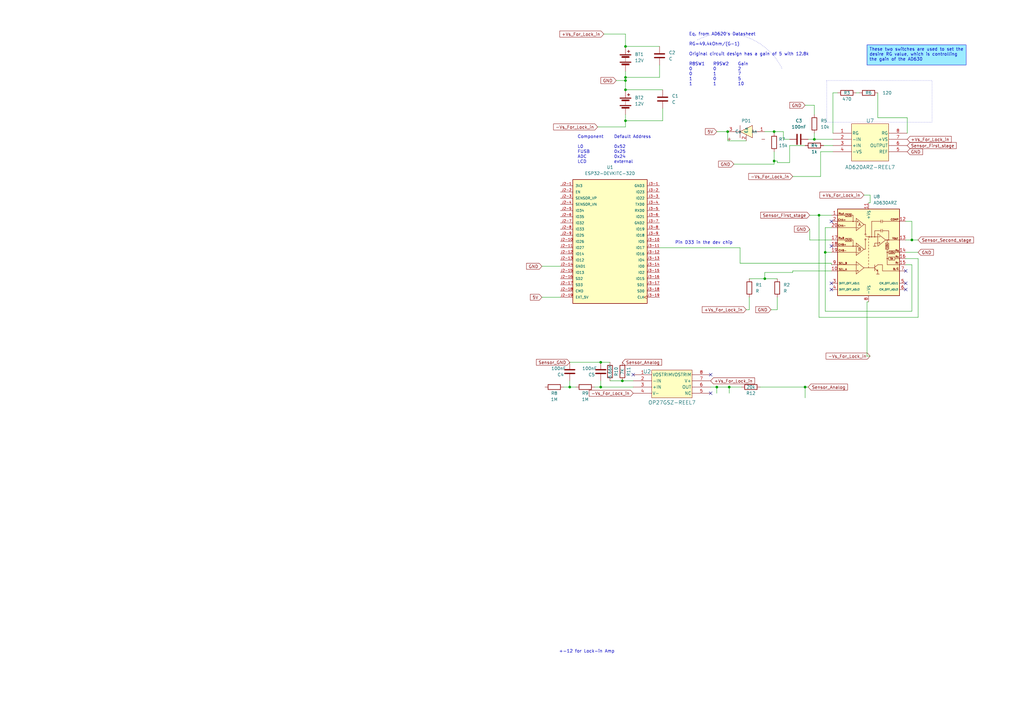
<source format=kicad_sch>
(kicad_sch (version 20230121) (generator eeschema)
  (paper "A3")
  (lib_symbols
    (symbol "AD620ARZ_REEL7:AD620ARZ-REEL7" (pin_names (offset 0.254))
      (property "Reference" "U5" (at 0 12.7 0))
      (property "Value" "AD620ARZ-REEL7" (at 0 10.16 0))
      (symbol "AD620ARZ-REEL7_0_1"
        (pin unspecified line (at -15.24 3.81 0) (length 7.62) (name "RG") (number "1"))
        (pin unspecified line (at -15.24 1.27 0) (length 7.62) (name "-IN") (number "2"))
        (pin unspecified line (at -15.24 -1.27 0) (length 7.62) (name "+IN") (number "3"))
        (pin power_in line (at -15.24 -3.81 0) (length 7.62) (name "-VS") (number "4"))
        (pin unspecified line (at 15.24 -3.81 180) (length 7.62) (name "REF") (number "5"))
        (pin unspecified line (at 15.24 -1.27 180) (length 7.62) (name "OUTPUT") (number "6"))
        (pin power_in line (at 15.24 1.27 180) (length 7.62) (name "+VS") (number "7"))
        (pin unspecified line (at 15.24 3.81 180) (length 7.62) (name "RG") (number "8"))
      )
      (symbol "AD620ARZ-REEL7_1_1"
        (rectangle (start -7.62 7.62) (end 7.62 -7.62) (fill (type background)))
      )
    )
    (symbol "Analog:AD630ARZ"
      (property "Reference" "U" (at -8.89 19.05 0))
      (property "Value" "AD630ARZ" (at 6.35 19.05 0))
      (symbol "AD630ARZ_0_0"
        (text "+" (at -4.445 -7.493 0) (effects (font (size 0.889 0.889))))
        (text "+" (at -4.445 2.54 0) (effects (font (size 0.889 0.889))))
        (text "+" (at -4.445 12.7 0) (effects (font (size 0.889 0.889))))
        (text "+" (at 4.445 3.937 0) (effects (font (size 0.889 0.889))))
        (text "-" (at -4.445 -5.08 0) (effects (font (size 0.889 0.889))))
        (text "-" (at -4.445 0 0) (effects (font (size 0.889 0.889))))
        (text "-" (at -4.445 10.16 0) (effects (font (size 0.889 0.889))))
        (text "-" (at 4.445 6.477 0) (effects (font (size 0.889 0.889))))
        (text "10k" (at 7.62 2.54 900) (effects (font (size 0.762 0.762))))
        (text "10k" (at 9.525 0 0) (effects (font (size 0.762 0.762))))
        (text "2k5" (at -8.255 5.08 0) (effects (font (size 0.762 0.762))))
        (text "2k5" (at -8.255 15.24 0) (effects (font (size 0.762 0.762))))
        (text "5k" (at 9.525 -2.54 0) (effects (font (size 0.762 0.762))))
        (text "A" (at -3.683 11.43 0) (effects (font (size 1.27 1.27))))
        (text "B" (at -3.683 1.27 0) (effects (font (size 1.27 1.27))))
        (text "B/~{A}" (at 11.176 -6.858 0) (effects (font (size 0.762 0.762))))
        (text "CHA+" (at -10.922 13.335 0) (effects (font (size 0.762 0.762))))
        (text "CHA-" (at -10.922 10.922 0) (effects (font (size 0.762 0.762))))
        (text "CHB+" (at -10.795 3.175 0) (effects (font (size 0.762 0.762))))
        (text "CHB-" (at -10.668 0.762 0) (effects (font (size 0.762 0.762))))
        (text "COMP" (at 10.668 13.462 0) (effects (font (size 0.762 0.762))))
        (text "R_{A}" (at 11.684 -1.778 0) (effects (font (size 0.762 0.762))))
        (text "R_{B}" (at 11.684 0.762 0) (effects (font (size 0.762 0.762))))
        (text "R_{F}" (at 11.684 -4.318 0) (effects (font (size 0.762 0.762))))
        (text "R_{in}A" (at -11.176 15.875 0) (effects (font (size 0.762 0.762))))
        (text "R_{in}B" (at -11.176 5.842 0) (effects (font (size 0.762 0.762))))
        (text "SEL_A" (at -10.541 -6.985 0) (effects (font (size 0.762 0.762))))
        (text "SEL_B" (at -10.541 -4.445 0) (effects (font (size 0.762 0.762))))
        (text "V_{OUT}" (at 10.922 5.842 0) (effects (font (size 0.762 0.762))))
      )
      (symbol "AD630ARZ_0_1"
        (rectangle (start -12.7 17.78) (end 12.7 -17.78) (stroke (width 0.254)) (fill (type background)))
        (circle (center -6.35 2.54) (radius 0.127))
        (circle (center -6.35 12.7) (radius 0.127))
        (circle (center -1.27 5.334) (radius 0.254))
        (circle (center -1.27 7.366) (radius 0.254))
        (polyline (pts (xy -12.7 -7.62) (xy -5.08 -7.62)))
        (polyline (pts (xy -12.7 -5.08) (xy -5.08 -5.08)))
        (polyline (pts (xy -12.7 0) (xy -5.08 0)))
        (polyline (pts (xy -12.7 5.08) (xy -9.525 5.08)))
        (polyline (pts (xy -12.7 10.16) (xy -5.08 10.16)))
        (polyline (pts (xy -12.7 15.24) (xy -9.525 15.24)))
        (polyline (pts (xy -6.35 12.7) (xy -5.08 12.7)))
        (polyline (pts (xy -1.905 -6.35) (xy 0 -6.35)))
        (polyline (pts (xy -1.27 8.89) (xy -1.27 7.62)))
        (polyline (pts (xy 0 -6.35) (xy 2.54 -6.35)))
        (polyline (pts (xy 0 -5.715) (xy 0 -6.35)))
        (polyline (pts (xy 0 -4.445) (xy 0 -5.08)))
        (polyline (pts (xy 0 -3.175) (xy 0 -3.81)))
        (polyline (pts (xy 0 -1.905) (xy 0 -2.54)))
        (polyline (pts (xy 0 -0.635) (xy 0 -1.27)))
        (polyline (pts (xy 0 0.635) (xy 0 0)))
        (polyline (pts (xy 0 1.905) (xy 0 1.27)))
        (polyline (pts (xy 0 3.175) (xy 0 2.54)))
        (polyline (pts (xy 0 4.445) (xy 0 3.81)))
        (polyline (pts (xy 0 5.715) (xy 0 5.08)))
        (polyline (pts (xy 0 6.35) (xy -1.27 6.604)))
        (polyline (pts (xy 1.27 6.35) (xy 0.508 6.35)))
        (polyline (pts (xy 1.27 6.35) (xy 1.27 12.7)))
        (polyline (pts (xy 1.27 6.35) (xy 3.81 6.35)))
        (polyline (pts (xy 1.905 2.54) (xy 3.175 2.54)))
        (polyline (pts (xy 2.54 -6.604) (xy 3.81 -7.62)))
        (polyline (pts (xy 2.54 -6.096) (xy 3.81 -5.08)))
        (polyline (pts (xy 2.54 -5.08) (xy 2.54 -7.62)))
        (polyline (pts (xy 3.81 -8.89) (xy 4.445 -8.89)))
        (polyline (pts (xy 3.81 -5.08) (xy 5.08 -5.08)))
        (polyline (pts (xy 3.81 7.62) (xy 3.81 2.54)))
        (polyline (pts (xy 5.08 9.525) (xy 5.08 8.255)))
        (polyline (pts (xy 5.08 12.065) (xy 5.08 12.7)))
        (polyline (pts (xy 5.715 9.525) (xy 5.715 8.255)))
        (polyline (pts (xy 5.715 12.7) (xy 12.7 12.7)))
        (polyline (pts (xy 5.715 13.335) (xy 5.715 12.065)))
        (polyline (pts (xy 7.62 1.27) (xy 7.62 -2.54)))
        (polyline (pts (xy 7.62 5.08) (xy 12.7 5.08)))
        (polyline (pts (xy 8.255 -2.54) (xy 7.62 -2.54)))
        (polyline (pts (xy 8.255 0) (xy 7.62 0)))
        (polyline (pts (xy 10.795 -2.54) (xy 12.7 -2.54)))
        (polyline (pts (xy 10.795 0) (xy 12.7 0)))
        (polyline (pts (xy -6.35 2.54) (xy -5.715 2.54) (xy -5.08 2.54)))
        (polyline (pts (xy -1.905 1.27) (xy -1.27 1.27) (xy -1.27 5.08)))
        (polyline (pts (xy -1.905 11.43) (xy -1.27 11.43) (xy -1.27 8.89)))
        (polyline (pts (xy 1.27 12.7) (xy 5.08 12.7) (xy 5.08 13.335)))
        (polyline (pts (xy 2.54 6.35) (xy 2.54 8.89) (xy 5.08 8.89)))
        (polyline (pts (xy 3.683 -6.985) (xy 3.81 -7.62) (xy 3.175 -7.493)))
        (polyline (pts (xy 3.81 -7.62) (xy 3.81 -8.89) (xy 3.175 -8.89)))
        (polyline (pts (xy 3.81 3.81) (xy 2.54 3.81) (xy 2.54 2.54)))
        (polyline (pts (xy 3.81 7.62) (xy 6.985 5.08) (xy 3.81 2.54)))
        (polyline (pts (xy 5.715 8.89) (xy 8.255 8.89) (xy 8.255 5.08)))
        (polyline (pts (xy 7.62 -2.54) (xy 7.62 -5.08) (xy 12.7 -5.08)))
        (polyline (pts (xy 7.62 3.81) (xy 7.62 5.08) (xy 6.985 5.08)))
        (polyline (pts (xy -6.985 5.08) (xy -6.35 5.08) (xy -6.35 2.54) (xy -12.7 2.54)))
        (polyline (pts (xy -6.985 15.24) (xy -6.35 15.24) (xy -6.35 12.7) (xy -12.7 12.7)))
        (polyline (pts (xy -5.08 -3.81) (xy -5.08 -8.89) (xy -1.905 -6.35) (xy -5.08 -3.81)))
        (polyline (pts (xy -5.08 3.81) (xy -5.08 -1.27) (xy -1.905 1.27) (xy -5.08 3.81)))
        (polyline (pts (xy -5.08 13.97) (xy -5.08 8.89) (xy -1.905 11.43) (xy -5.08 13.97)))
        (polyline (pts (xy 5.08 -5.08) (xy 5.715 -5.08) (xy 5.715 -7.62) (xy 12.7 -7.62)))
        (polyline (pts (xy -9.525 5.715) (xy -9.525 4.445) (xy -6.985 4.445) (xy -6.985 5.715) (xy -9.525 5.715)))
        (polyline (pts (xy -9.525 15.875) (xy -9.525 14.605) (xy -6.985 14.605) (xy -6.985 15.875) (xy -9.525 15.875)))
        (polyline (pts (xy 6.985 3.81) (xy 8.255 3.81) (xy 8.255 1.27) (xy 6.985 1.27) (xy 6.985 3.81)))
        (polyline (pts (xy 8.255 -1.905) (xy 8.255 -3.175) (xy 10.795 -3.175) (xy 10.795 -1.905) (xy 8.255 -1.905)))
        (polyline (pts (xy 8.255 0.635) (xy 8.255 -0.635) (xy 10.795 -0.635) (xy 10.795 0.635) (xy 8.255 0.635)))
        (circle (center 0.254 6.35) (radius 0.254))
        (circle (center 1.27 6.35) (radius 0.127))
        (circle (center 2.54 6.35) (radius 0.127))
        (circle (center 7.62 -2.54) (radius 0.127))
        (circle (center 7.62 0) (radius 0.127))
        (circle (center 7.62 5.08) (radius 0.127))
        (circle (center 8.255 5.08) (radius 0.127))
      )
      (symbol "AD630ARZ_1_1"
        (pin input line (at -15.24 15.24 0) (length 2.54) (name "R_{in}A") (number "1"))
        (pin input line (at -15.24 -7.62 0) (length 2.54) (name "SEL_A") (number "10"))
        (pin power_in line (at 0 20.32 270) (length 2.54) (name "+V_{S}") (number "11"))
        (pin passive line (at 15.24 12.7 180) (length 2.54) (name "COMP") (number "12"))
        (pin output line (at 15.24 5.08 180) (length 2.54) (name "V_{OUT}") (number "13"))
        (pin output line (at 15.24 0 180) (length 2.54) (name "R_{B}") (number "14"))
        (pin output line (at 15.24 -5.08 180) (length 2.54) (name "R_{F}") (number "15"))
        (pin output line (at 15.24 -2.54 180) (length 2.54) (name "R_{A}") (number "16"))
        (pin input line (at -15.24 5.08 0) (length 2.54) (name "R_{in}B") (number "17"))
        (pin input line (at -15.24 2.54 0) (length 2.54) (name "CHB+") (number "18"))
        (pin input line (at -15.24 0 0) (length 2.54) (name "CHB-") (number "19"))
        (pin input line (at -15.24 12.7 0) (length 2.54) (name "CHA+") (number "2"))
        (pin input line (at -15.24 10.16 0) (length 2.54) (name "CHA-") (number "20"))
        (pin passive line (at -15.24 -12.7 0) (length 2.54) (name "DIFF_OFF_ADJ1") (number "3"))
        (pin passive line (at -15.24 -15.24 0) (length 2.54) (name "DIFF_OFF_ADJ2") (number "4"))
        (pin passive line (at 15.24 -12.7 180) (length 2.54) (name "CM_OFF_ADJ1") (number "5"))
        (pin passive line (at 15.24 -15.24 180) (length 2.54) (name "CM_OFF_ADJ2") (number "6"))
        (pin open_collector line (at 15.24 -7.62 180) (length 2.54) (name "B/~{A}") (number "7"))
        (pin power_in line (at 0 -20.32 90) (length 2.54) (name "-V_{S}") (number "8"))
        (pin input line (at -15.24 -5.08 0) (length 2.54) (name "SEL_B") (number "9"))
      )
    )
    (symbol "Device:Battery" (pin_numbers hide) (pin_names (offset 0) hide)
      (property "Reference" "BT" (at 2.54 2.54 0))
      (property "Value" "Battery" (at 2.54 0 0))
      (symbol "Battery_0_1"
        (rectangle (start -2.286 -1.27) (end 2.286 -1.524) (fill (type outline)))
        (rectangle (start -2.286 1.778) (end 2.286 1.524) (fill (type outline)))
        (rectangle (start -1.524 -2.032) (end 1.524 -2.54) (fill (type outline)))
        (rectangle (start -1.524 1.016) (end 1.524 0.508) (fill (type outline)))
        (polyline (pts (xy 0 -1.016) (xy 0 -0.762)))
        (polyline (pts (xy 0 -0.508) (xy 0 -0.254)))
        (polyline (pts (xy 0 0) (xy 0 0.254)))
        (polyline (pts (xy 0 1.778) (xy 0 2.54)))
        (polyline (pts (xy 0.762 3.048) (xy 1.778 3.048)) (stroke (width 0.254)))
        (polyline (pts (xy 1.27 3.556) (xy 1.27 2.54)) (stroke (width 0.254)))
      )
      (symbol "Battery_1_1"
        (pin passive line (at 0 5.08 270) (length 2.54) (name "+") (number "1"))
        (pin passive line (at 0 -5.08 90) (length 2.54) (name "-") (number "2"))
      )
    )
    (symbol "Device:C" (pin_numbers hide) (pin_names (offset 0.254))
      (property "Reference" "C" (at 0.635 2.54 0))
      (property "Value" "C" (at 0.635 -2.54 0))
      (symbol "C_0_1"
        (polyline (pts (xy -2.032 -0.762) (xy 2.032 -0.762)) (stroke (width 0.508)))
        (polyline (pts (xy -2.032 0.762) (xy 2.032 0.762)) (stroke (width 0.508)))
      )
      (symbol "C_1_1"
        (pin passive line (at 0 3.81 270) (length 2.794) (name "~") (number "1"))
        (pin passive line (at 0 -3.81 90) (length 2.794) (name "~") (number "2"))
      )
    )
    (symbol "Device:R" (pin_numbers hide) (pin_names (offset 0))
      (property "Reference" "R" (at 2.032 0 90))
      (property "Value" "R" (at 0 0 90))
      (symbol "R_0_1"
        (rectangle (start -1.016 -2.54) (end 1.016 2.54) (stroke (width 0.254)))
      )
      (symbol "R_1_1"
        (pin passive line (at 0 3.81 270) (length 1.27) (name "~") (number "1"))
        (pin passive line (at 0 -3.81 90) (length 1.27) (name "~") (number "2"))
      )
    )
    (symbol "ESP32-DEVKITC-32D:ESP32-DEVKITC-32D" (pin_names (offset 1.016))
      (property "Reference" "U" (at -15.2572 26.0643 0))
      (property "Value" "ESP32-DEVKITC-32D" (at -15.2563 -27.9698 0))
      (symbol "ESP32-DEVKITC-32D_0_0"
        (rectangle (start -15.24 -25.4) (end 15.24 25.4) (stroke (width 0.254)) (fill (type background)))
        (pin power_in line (at -20.32 22.86 0) (length 5.08) (name "3V3") (number "J2-1"))
        (pin bidirectional line (at -20.32 0 0) (length 5.08) (name "IO26") (number "J2-10"))
        (pin bidirectional line (at -20.32 -2.54 0) (length 5.08) (name "IO27") (number "J2-11"))
        (pin bidirectional line (at -20.32 -5.08 0) (length 5.08) (name "IO14") (number "J2-12"))
        (pin bidirectional line (at -20.32 -7.62 0) (length 5.08) (name "IO12") (number "J2-13"))
        (pin power_in line (at -20.32 -10.16 0) (length 5.08) (name "GND1") (number "J2-14"))
        (pin bidirectional line (at -20.32 -12.7 0) (length 5.08) (name "IO13") (number "J2-15"))
        (pin bidirectional line (at -20.32 -15.24 0) (length 5.08) (name "SD2") (number "J2-16"))
        (pin bidirectional line (at -20.32 -17.78 0) (length 5.08) (name "SD3") (number "J2-17"))
        (pin bidirectional line (at -20.32 -20.32 0) (length 5.08) (name "CMD") (number "J2-18"))
        (pin power_in line (at -20.32 -22.86 0) (length 5.08) (name "EXT_5V") (number "J2-19"))
        (pin input line (at -20.32 20.32 0) (length 5.08) (name "EN") (number "J2-2"))
        (pin input line (at -20.32 17.78 0) (length 5.08) (name "SENSOR_VP") (number "J2-3"))
        (pin input line (at -20.32 15.24 0) (length 5.08) (name "SENSOR_VN") (number "J2-4"))
        (pin bidirectional line (at -20.32 12.7 0) (length 5.08) (name "IO34") (number "J2-5"))
        (pin bidirectional line (at -20.32 10.16 0) (length 5.08) (name "IO35") (number "J2-6"))
        (pin bidirectional line (at -20.32 7.62 0) (length 5.08) (name "IO32") (number "J2-7"))
        (pin bidirectional line (at -20.32 5.08 0) (length 5.08) (name "IO33") (number "J2-8"))
        (pin bidirectional line (at -20.32 2.54 0) (length 5.08) (name "IO25") (number "J2-9"))
        (pin power_in line (at 20.32 22.86 180) (length 5.08) (name "GND3") (number "J3-1"))
        (pin bidirectional line (at 20.32 0 180) (length 5.08) (name "IO5") (number "J3-10"))
        (pin bidirectional line (at 20.32 -2.54 180) (length 5.08) (name "IO17") (number "J3-11"))
        (pin bidirectional line (at 20.32 -5.08 180) (length 5.08) (name "IO16") (number "J3-12"))
        (pin bidirectional line (at 20.32 -7.62 180) (length 5.08) (name "IO4") (number "J3-13"))
        (pin bidirectional line (at 20.32 -10.16 180) (length 5.08) (name "IO0") (number "J3-14"))
        (pin bidirectional line (at 20.32 -12.7 180) (length 5.08) (name "IO2") (number "J3-15"))
        (pin bidirectional line (at 20.32 -15.24 180) (length 5.08) (name "IO15") (number "J3-16"))
        (pin bidirectional line (at 20.32 -17.78 180) (length 5.08) (name "SD1") (number "J3-17"))
        (pin bidirectional line (at 20.32 -20.32 180) (length 5.08) (name "SD0") (number "J3-18"))
        (pin input clock (at 20.32 -22.86 180) (length 5.08) (name "CLK") (number "J3-19"))
        (pin bidirectional line (at 20.32 20.32 180) (length 5.08) (name "IO23") (number "J3-2"))
        (pin bidirectional line (at 20.32 17.78 180) (length 5.08) (name "IO22") (number "J3-3"))
        (pin output line (at 20.32 15.24 180) (length 5.08) (name "TXD0") (number "J3-4"))
        (pin input line (at 20.32 12.7 180) (length 5.08) (name "RXD0") (number "J3-5"))
        (pin bidirectional line (at 20.32 10.16 180) (length 5.08) (name "IO21") (number "J3-6"))
        (pin power_in line (at 20.32 7.62 180) (length 5.08) (name "GND2") (number "J3-7"))
        (pin bidirectional line (at 20.32 5.08 180) (length 5.08) (name "IO19") (number "J3-8"))
        (pin bidirectional line (at 20.32 2.54 180) (length 5.08) (name "IO18") (number "J3-9"))
      )
    )
    (symbol "HFS:ODD-42W"
      (property "Reference" "PD" (at 0 5.08 0))
      (symbol "ODD-42W_1_1"
        (polyline (pts (xy -2.54 2.54) (xy -2.54 -2.54)))
        (polyline (pts (xy 2.54 0) (xy 5.08 0)))
        (polyline (pts (xy 6.35 -3.175) (xy 7.62 -3.175)))
        (polyline (pts (xy -7.62 -3.175) (xy -6.35 -3.175) (xy -6.985 -3.175) (xy -6.985 -3.81) (xy -6.985 -2.54)))
        (polyline (pts (xy -2.54 0) (xy 2.54 2.54) (xy 2.54 -2.54) (xy -2.54 0) (xy -5.08 0)) (fill (type background)))
        (pin unspecified line (at 7.62 0 180) (length 2.54) (name "An") (number "1"))
        (pin unspecified line (at 0 -3.81 90) (length 2.54) (name "Ca") (number "2"))
        (pin unspecified line (at -7.62 0 0) (length 2.54) (name "Ca") (number "3"))
      )
    )
    (symbol "OP27:OP27GSZ-REEL7" (pin_names (offset 0.254))
      (property "Reference" "U7" (at 0 6.985 0))
      (property "Value" "OP27GSZ-REEL7" (at 0 -7.62 0))
      (symbol "OP27GSZ-REEL7_0_1"
        (pin unspecified line (at -15.875 3.81 0) (length 7.62) (name "VOSTRIM") (number "1"))
        (pin unspecified line (at -15.875 1.27 0) (length 7.62) (name "-IN") (number "2"))
        (pin unspecified line (at -15.875 -1.27 0) (length 7.62) (name "+IN") (number "3"))
        (pin power_in line (at -15.875 -3.81 0) (length 7.62) (name "V-") (number "4"))
        (pin unspecified line (at 15.875 -3.81 180) (length 7.62) (name "NC") (number "5"))
        (pin unspecified line (at 15.875 -1.27 180) (length 7.62) (name "OUT") (number "6"))
        (pin power_in line (at 15.875 1.27 180) (length 7.62) (name "V+") (number "7"))
        (pin unspecified line (at 15.875 3.81 180) (length 7.62) (name "VOSTRIM") (number "8"))
      )
      (symbol "OP27GSZ-REEL7_1_1"
        (rectangle (start -8.255 5.715) (end 8.255 -5.715) (fill (type background)))
      )
    )
  )
  (junction (at 294.005 158.75))
  (junction (at 256.54 31.75))
  (junction (at 256.54 19.05))
  (junction (at 246.38 148.59))
  (junction (at 338.455 103.505))
  (junction (at 317.5 53.975))
  (junction (at 255.27 156.21))
  (junction (at 298.45 53.975))
  (junction (at 313.69 114.3))
  (junction (at 256.54 36.83))
  (junction (at 335.915 88.265))
  (junction (at 299.085 158.75))
  (junction (at 317.5 66.04))
  (junction (at 334.01 57.15))
  (junction (at 256.54 33.02))
  (junction (at 374.015 98.425))
  (junction (at 233.68 158.75))
  (junction (at 256.54 49.53))
  (junction (at 246.38 158.75))
  (junction (at 330.2 158.75))
  (no_connect (at 340.995 100.965))
  (no_connect (at 371.475 116.205))
  (no_connect (at 340.995 116.205))
  (no_connect (at 340.995 90.805))
  (no_connect (at 371.475 111.125))
  (no_connect (at 259.715 153.67))
  (no_connect (at 340.995 118.745))
  (no_connect (at 291.465 153.67))
  (no_connect (at 291.465 161.29))
  (no_connect (at 371.475 118.745))
  (wire (pts (xy 374.015 108.585) (xy 374.015 127.635)))
  (wire (pts (xy 355.6 146.05) (xy 355.6 123.825)))
  (wire (pts (xy 270.51 101.6) (xy 303.53 101.6)))
  (wire (pts (xy 323.85 57.15) (xy 321.31 57.15)))
  (wire (pts (xy 372.11 48.26) (xy 372.11 54.61)))
  (wire (pts (xy 340.995 107.95) (xy 340.995 108.585)))
  (wire (pts (xy 303.53 101.6) (xy 303.53 107.95)))
  (wire (pts (xy 323.85 59.69) (xy 330.2 59.69)))
  (wire (pts (xy 299.085 161.29) (xy 299.085 158.75)))
  (wire (pts (xy 325.12 111.125) (xy 340.995 111.125)))
  (wire (pts (xy 313.69 111.76) (xy 313.69 114.3)))
  (wire (pts (xy 250.19 156.21) (xy 255.27 156.21)))
  (wire (pts (xy 306.07 57.785) (xy 298.45 57.785)))
  (wire (pts (xy 317.5 67.31) (xy 317.5 66.04)))
  (wire (pts (xy 255.27 156.21) (xy 259.715 156.21)))
  (wire (pts (xy 222.25 121.92) (xy 229.87 121.92)))
  (wire (pts (xy 307.34 127) (xy 306.07 127)))
  (wire (pts (xy 355.6 123.825) (xy 356.235 123.825)))
  (wire (pts (xy 270.51 19.05) (xy 256.54 19.05)))
  (wire (pts (xy 330.2 43.18) (xy 334.01 43.18)))
  (wire (pts (xy 231.14 158.75) (xy 233.68 158.75)))
  (wire (pts (xy 270.51 31.75) (xy 256.54 31.75)))
  (wire (pts (xy 356.87 80.01) (xy 356.87 83.185)))
  (wire (pts (xy 307.34 121.92) (xy 307.34 127)))
  (wire (pts (xy 356.87 83.185) (xy 356.235 83.185)))
  (wire (pts (xy 335.915 130.175) (xy 376.555 130.175)))
  (wire (pts (xy 246.38 148.59) (xy 250.19 148.59)))
  (wire (pts (xy 335.915 88.265) (xy 335.915 130.175)))
  (wire (pts (xy 337.82 59.69) (xy 341.63 59.69)))
  (wire (pts (xy 338.455 103.505) (xy 340.995 103.505)))
  (wire (pts (xy 330.2 163.195) (xy 330.2 158.75)))
  (wire (pts (xy 300.99 67.31) (xy 317.5 67.31)))
  (wire (pts (xy 252.73 33.02) (xy 256.54 33.02)))
  (wire (pts (xy 313.69 114.3) (xy 318.77 114.3)))
  (wire (pts (xy 343.535 38.1) (xy 341.63 38.1)))
  (wire (pts (xy 336.55 62.23) (xy 341.63 62.23)))
  (wire (pts (xy 317.5 53.975) (xy 321.31 53.975)))
  (wire (pts (xy 318.77 127) (xy 316.23 127)))
  (wire (pts (xy 332.105 88.265) (xy 335.915 88.265)))
  (wire (pts (xy 336.55 72.39) (xy 325.12 72.39)))
  (wire (pts (xy 256.54 33.02) (xy 256.54 36.83)))
  (wire (pts (xy 334.01 57.15) (xy 331.47 57.15)))
  (wire (pts (xy 332.105 93.98) (xy 332.105 98.425)))
  (wire (pts (xy 246.38 156.21) (xy 246.38 158.75)))
  (wire (pts (xy 317.5 53.975) (xy 317.5 54.61)))
  (wire (pts (xy 360.045 38.1) (xy 360.045 48.26)))
  (wire (pts (xy 256.54 46.99) (xy 256.54 49.53)))
  (wire (pts (xy 318.77 121.92) (xy 318.77 127)))
  (wire (pts (xy 318.77 66.04) (xy 317.5 66.04)))
  (wire (pts (xy 294.005 161.29) (xy 294.005 158.75)))
  (wire (pts (xy 374.015 127.635) (xy 338.455 127.635)))
  (wire (pts (xy 321.31 57.15) (xy 321.31 53.975)))
  (wire (pts (xy 356.87 146.05) (xy 355.6 146.05)))
  (wire (pts (xy 256.54 31.75) (xy 256.54 33.02)))
  (wire (pts (xy 374.015 98.425) (xy 371.475 98.425)))
  (wire (pts (xy 247.65 13.97) (xy 256.54 13.97)))
  (wire (pts (xy 303.53 107.95) (xy 340.995 107.95)))
  (wire (pts (xy 317.5 62.23) (xy 317.5 66.04)))
  (wire (pts (xy 271.78 44.45) (xy 271.78 49.53)))
  (wire (pts (xy 376.555 106.045) (xy 371.475 106.045)))
  (wire (pts (xy 304.165 158.75) (xy 299.085 158.75)))
  (wire (pts (xy 256.54 13.97) (xy 256.54 19.05)))
  (wire (pts (xy 323.85 59.69) (xy 323.85 66.675)))
  (wire (pts (xy 222.25 109.22) (xy 229.87 109.22)))
  (wire (pts (xy 340.995 93.345) (xy 338.455 93.345)))
  (wire (pts (xy 332.105 98.425) (xy 340.995 98.425)))
  (wire (pts (xy 270.51 26.67) (xy 270.51 31.75)))
  (wire (pts (xy 376.555 130.175) (xy 376.555 106.045)))
  (wire (pts (xy 271.78 36.83) (xy 256.54 36.83)))
  (wire (pts (xy 256.54 52.07) (xy 245.11 52.07)))
  (wire (pts (xy 352.425 38.1) (xy 351.155 38.1)))
  (wire (pts (xy 311.785 158.75) (xy 330.2 158.75)))
  (wire (pts (xy 313.69 111.76) (xy 325.12 111.76)))
  (wire (pts (xy 334.01 54.61) (xy 334.01 57.15)))
  (wire (pts (xy 334.01 43.18) (xy 334.01 46.99)))
  (wire (pts (xy 271.78 49.53) (xy 256.54 49.53)))
  (wire (pts (xy 246.38 158.75) (xy 259.715 158.75)))
  (wire (pts (xy 374.015 98.425) (xy 374.015 90.805)))
  (wire (pts (xy 243.84 158.75) (xy 246.38 158.75)))
  (wire (pts (xy 256.54 29.21) (xy 256.54 31.75)))
  (wire (pts (xy 354.33 80.01) (xy 356.87 80.01)))
  (wire (pts (xy 338.455 127.635) (xy 338.455 103.505)))
  (wire (pts (xy 294.005 53.975) (xy 298.45 53.975)))
  (wire (pts (xy 256.54 49.53) (xy 256.54 52.07)))
  (wire (pts (xy 338.455 93.345) (xy 338.455 103.505)))
  (wire (pts (xy 313.69 53.975) (xy 317.5 53.975)))
  (wire (pts (xy 360.045 48.26) (xy 372.11 48.26)))
  (wire (pts (xy 233.68 156.21) (xy 233.68 158.75)))
  (wire (pts (xy 341.63 38.1) (xy 341.63 54.61)))
  (wire (pts (xy 294.005 158.75) (xy 299.085 158.75)))
  (wire (pts (xy 307.34 114.3) (xy 313.69 114.3)))
  (wire (pts (xy 233.68 158.75) (xy 236.22 158.75)))
  (wire (pts (xy 291.465 158.75) (xy 294.005 158.75)))
  (wire (pts (xy 376.555 98.425) (xy 374.015 98.425)))
  (wire (pts (xy 318.77 66.675) (xy 323.85 66.675)))
  (wire (pts (xy 371.475 108.585) (xy 374.015 108.585)))
  (wire (pts (xy 318.77 66.675) (xy 318.77 66.04)))
  (wire (pts (xy 371.475 90.805) (xy 374.015 90.805)))
  (wire (pts (xy 341.63 57.15) (xy 334.01 57.15)))
  (wire (pts (xy 298.45 57.785) (xy 298.45 53.975)))
  (wire (pts (xy 233.68 148.59) (xy 246.38 148.59)))
  (wire (pts (xy 325.12 111.76) (xy 325.12 111.125)))
  (wire (pts (xy 330.2 158.75) (xy 331.47 158.75)))
  (wire (pts (xy 336.55 62.23) (xy 336.55 72.39)))
  (wire (pts (xy 335.915 88.265) (xy 340.995 88.265)))
  (wire (pts (xy 376.555 103.505) (xy 371.475 103.505)))
  (arc (start 285.75 16.51) (mid 305.5767 15.0012) (end 320.675 27.94) (stroke (width 0) (type dot)))
  (rectangle (start 339.09 33.02) (end 382.27 50.165) (stroke (width 0) (type dot)))
  (text_box "These two switches are used to set the desire RG value, which is controlling the gain of the AD630" (at 355.6 18.415 0) (size 40.64 8.255) (fill (type color) (color 157 236 255 1)) (effects (font (size 1.27 1.27)) (justify left top)))
  (text "Pin D33 in the dev chip\n" (at 276.86 100.33 0) (effects (font (size 1.27 1.27)) (justify left bottom)))
  (text "Component	Default Address\n\nL0		 	0x52\nFUSB		0x25\nADC			0x24\nLCD			external\n\n" (at 236.855 69.215 0) (effects (font (size 1.27 1.27)) (justify left bottom)))
  (text "+-12 for Lock-in Amp" (at 229.235 267.97 0) (effects (font (size 1.27 1.27)) (justify left bottom)))
  (text "Eq. from AD620's Datasheet\n\nRG=49.4kOhm/(G-1)\n\nOriginal circuit design has a gain of 5 with 12.8k\n\nR8SW1	R9SW2	Gain\n0		0		2\n0		1		7\n1		0		5\n1		1		10\n\n\n" (at 282.575 39.37 0) (effects (font (size 1.27 1.27)) (justify left bottom)))
  (global_label "GND" (shape input) (at 372.11 62.23 0) (property "Intersheetrefs" "${INTERSHEET_REFS}" (effects hide)))
  (global_label "+Vs_For_Lock_in" (shape input) (at 306.07 127 180) (property "Intersheetrefs" "${INTERSHEET_REFS}" (effects hide)))
  (global_label "Sensor_Analog" (shape input) (at 331.47 158.75 0) (property "Intersheetrefs" "${INTERSHEET_REFS}" (effects hide)))
  (global_label "+Vs_For_Lock_in" (shape input) (at 354.33 80.01 180) (property "Intersheetrefs" "${INTERSHEET_REFS}" (effects hide)))
  (global_label "+Vs_For_Lock_in" (shape input) (at 372.11 57.15 0) (property "Intersheetrefs" "${INTERSHEET_REFS}" (effects hide)))
  (global_label "Sensor_GND" (shape input) (at 233.68 148.59 180) (property "Intersheetrefs" "${INTERSHEET_REFS}" (effects hide)))
  (global_label "GND" (shape input) (at 316.23 127 180) (property "Intersheetrefs" "${INTERSHEET_REFS}" (effects hide)))
  (global_label "GND" (shape input) (at 332.105 93.98 180) (property "Intersheetrefs" "${INTERSHEET_REFS}" (effects hide)))
  (global_label "GND" (shape input) (at 376.555 103.505 0) (property "Intersheetrefs" "${INTERSHEET_REFS}" (effects hide)))
  (global_label "5V" (shape input) (at 222.25 121.92 180) (property "Intersheetrefs" "${INTERSHEET_REFS}" (effects hide)))
  (global_label "5V" (shape input) (at 294.005 53.975 180) (property "Intersheetrefs" "${INTERSHEET_REFS}" (effects hide)))
  (global_label "+Vs_For_Lock_in" (shape input) (at 247.65 13.97 180) (property "Intersheetrefs" "${INTERSHEET_REFS}" (effects hide)))
  (global_label "-Vs_For_Lock_in" (shape input) (at 356.87 146.05 180) (property "Intersheetrefs" "${INTERSHEET_REFS}" (effects hide)))
  (global_label "Sensor_Second_stage" (shape input) (at 376.555 98.425 0) (property "Intersheetrefs" "${INTERSHEET_REFS}" (effects hide)))
  (global_label "GND" (shape input) (at 300.99 67.31 180) (property "Intersheetrefs" "${INTERSHEET_REFS}" (effects hide)))
  (global_label "Sensor_First_stage" (shape input) (at 332.105 88.265 180) (property "Intersheetrefs" "${INTERSHEET_REFS}" (effects hide)))
  (global_label "GND" (shape input) (at 252.73 33.02 180) (property "Intersheetrefs" "${INTERSHEET_REFS}" (effects hide)))
  (global_label "Sensor_First_stage" (shape input) (at 372.11 59.69 0) (property "Intersheetrefs" "${INTERSHEET_REFS}" (effects hide)))
  (global_label "+Vs_For_Lock_in" (shape input) (at 291.465 156.21 0) (property "Intersheetrefs" "${INTERSHEET_REFS}" (effects hide)))
  (global_label "GND" (shape input) (at 330.2 43.18 180) (property "Intersheetrefs" "${INTERSHEET_REFS}" (effects hide)))
  (global_label "-Vs_For_Lock_in" (shape input) (at 325.12 72.39 180) (property "Intersheetrefs" "${INTERSHEET_REFS}" (effects hide)))
  (global_label "Sensor_Analog" (shape input) (at 255.27 148.59 0) (property "Intersheetrefs" "${INTERSHEET_REFS}" (effects hide)))
  (global_label "-Vs_For_Lock_in" (shape input) (at 245.11 52.07 180) (property "Intersheetrefs" "${INTERSHEET_REFS}" (effects hide)))
  (global_label "-Vs_For_Lock_in" (shape input) (at 259.715 161.29 180) (property "Intersheetrefs" "${INTERSHEET_REFS}" (effects hide)))
  (global_label "GND" (shape input) (at 222.25 109.22 180) (property "Intersheetrefs" "${INTERSHEET_REFS}" (effects hide)))
  (symbol (lib_id "Device:C") (at 270.51 22.86 0) (unit 1)
    (property "Reference" "C2" (at 274.32 21.59 0) (effects (justify left)))
    (property "Value" "C" (at 274.32 24.13 0) (effects (justify left)))
  )
  (symbol (lib_id "AD620ARZ_REEL7:AD620ARZ-REEL7") (at 356.87 58.42 0) (unit 1)
    (property "Reference" "U7" (at 356.87 49.53 0) (effects (font (size 1.524 1.524))))
    (property "Value" "AD620ARZ-REEL7" (at 356.87 68.58 0) (effects (font (size 1.524 1.524))))
    (property "Footprint" "footprints:R_8_ADI" (effects hide))
    (property "Datasheet" "AD620ARZ-REEL7" (effects hide))
  )
  (symbol (lib_id "Device:Battery") (at 256.54 24.13 0) (unit 1)
    (property "Reference" "BT1" (at 260.35 22.2885 0) (effects (justify left)))
    (property "Value" "12V" (at 260.35 24.8285 0) (effects (justify left)))
  )
  (symbol (lib_id "HFS:ODD-42W") (at 306.07 53.975 0) (unit 1)
    (property "Reference" "PD1" (at 306.07 49.53 0))
    (property "Value" "~" (at 306.07 53.975 0))
    (property "Footprint" "Library:ODD-42W-Side" (effects hide))
  )
  (symbol (lib_id "Device:R") (at 255.27 152.4 180) (unit 1)
    (property "Reference" "R11" (at 257.81 152.4 90))
    (property "Value" "7K" (at 255.27 152.4 90))
    (property "Footprint" "Resistor_SMD:R_0402_1005Metric" (effects hide))
  )
  (symbol (lib_id "Device:R") (at 347.345 38.1 90) (unit 1)
    (property "Reference" "R3" (at 347.345 38.1 90))
    (property "Value" "470" (at 347.345 40.64 90))
  )
  (symbol (lib_id "OP27:OP27GSZ-REEL7") (at 275.59 157.48 0) (unit 1)
    (property "Reference" "U2" (at 265.43 152.4 0) (effects (font (size 1.524 1.524))))
    (property "Value" "OP27GSZ-REEL7" (at 275.59 165.1 0) (effects (font (size 1.524 1.524))))
    (property "Footprint" "footprints:R_8_ADI" (effects hide))
    (property "Datasheet" "OP27GSZ-REEL7" (effects hide))
  )
  (symbol (lib_id "Device:R") (at 334.01 50.8 0) (unit 1)
    (property "Reference" "R5" (at 336.55 49.53 0) (effects (justify left)))
    (property "Value" "10k" (at 336.55 52.07 0) (effects (justify left)))
  )
  (symbol (lib_id "ESP32-DEVKITC-32D:ESP32-DEVKITC-32D") (at 250.19 99.06 0) (unit 1)
    (property "Reference" "U1" (at 250.19 68.58 0))
    (property "Value" "ESP32-DEVKITC-32D" (at 250.19 71.12 0))
    (property "Footprint" "ESP32-DEVKITC-32D:MODULE_ESP32-DEVKITC-32D" (effects hide))
    (property "MF" "Espressif Systems" (effects hide))
    (property "MAXIMUM_PACKAGE_HEIGHT" "N/A" (effects hide))
    (property "Package" "None" (effects hide))
    (property "Price" "None" (effects hide))
    (property "Check_prices" "https://www.snapeda.com/parts/ESP32-DEVKITC-32D/Espressif+Systems/view-part/?ref=eda" (effects hide))
    (property "STANDARD" "Manufacturer Recommendations" (effects hide))
    (property "PARTREV" "V4" (effects hide))
    (property "SnapEDA_Link" "https://www.snapeda.com/parts/ESP32-DEVKITC-32D/Espressif+Systems/view-part/?ref=snap" (effects hide))
    (property "MP" "ESP32-DEVKITC-32D" (effects hide))
    (property "Purchase-URL" "https://www.snapeda.com/api/url_track_click_mouser/?unipart_id=2777395&manufacturer=Espressif Systems&part_name=ESP32-DEVKITC-32D&search_term=None" (effects hide))
    (property "Description" "\nWiFi Development Tools (802.11) ESP32 General Development Kit, ESP32-WROOM-32D on the board\n" (effects hide))
    (property "MANUFACTURER" "Espressif Systems" (effects hide))
    (property "Availability" "In Stock" (effects hide))
    (property "SNAPEDA_PN" "ESP32-DEVKITC-32D" (effects hide))
  )
  (symbol (lib_id "Device:C") (at 233.68 152.4 0) (mirror x) (unit 1)
    (property "Reference" "C4" (at 228.6 153.67 0) (effects (justify left)))
    (property "Value" "100nF" (at 226.06 151.13 0) (effects (justify left)))
    (property "Footprint" "Capacitor_SMD:C_0402_1005Metric" (effects hide))
  )
  (symbol (lib_id "Device:R") (at 240.03 158.75 90) (unit 1)
    (property "Reference" "R9" (at 240.03 161.29 90))
    (property "Value" "1M" (at 240.03 163.83 90))
    (property "Footprint" "Resistor_SMD:R_0402_1005Metric" (effects hide))
  )
  (symbol (lib_id "Device:R") (at 307.34 118.11 0) (unit 1)
    (property "Reference" "R1" (at 309.88 116.84 0) (effects (justify left)))
    (property "Value" "R" (at 309.88 119.38 0) (effects (justify left)))
  )
  (symbol (lib_id "Device:R") (at 356.235 38.1 270) (unit 1)
    (property "Reference" "R6" (at 356.235 38.1 90))
    (property "Value" "120" (at 363.855 38.1 90))
    (property "Footprint" "Resistor_SMD:R_0805_2012Metric" (effects hide))
  )
  (symbol (lib_id "Device:R") (at 227.33 158.75 90) (unit 1)
    (property "Reference" "R8" (at 227.33 161.29 90))
    (property "Value" "1M" (at 227.33 163.83 90))
    (property "Footprint" "Resistor_SMD:R_0402_1005Metric" (effects hide))
  )
  (symbol (lib_id "Device:R") (at 318.77 118.11 0) (unit 1)
    (property "Reference" "R2" (at 321.31 116.84 0) (effects (justify left)))
    (property "Value" "R" (at 321.31 119.38 0) (effects (justify left)))
  )
  (symbol (lib_id "Device:R") (at 307.975 158.75 90) (unit 1)
    (property "Reference" "R12" (at 307.975 161.29 90))
    (property "Value" "20k" (at 307.975 158.75 90))
    (property "Footprint" "Resistor_SMD:R_0402_1005Metric" (effects hide))
  )
  (symbol (lib_id "Device:Battery") (at 256.54 41.91 0) (unit 1)
    (property "Reference" "BT2" (at 260.35 40.0685 0) (effects (justify left)))
    (property "Value" "12V" (at 260.35 42.6085 0) (effects (justify left)))
  )
  (symbol (lib_id "Analog:AD630ARZ") (at 356.235 103.505 0) (unit 1)
    (property "Reference" "U8" (at 358.1909 80.645 0) (effects (justify left)))
    (property "Value" "AD630ARZ" (at 358.1909 83.185 0) (effects (justify left)))
    (property "Footprint" "Package_SO:SOIC-20W_7.5x12.8mm_P1.27mm" (effects hide))
    (property "Datasheet" "https://www.analog.com/media/en/technical-documentation/data-sheets/ad630.pdf" (effects hide))
  )
  (symbol (lib_id "Device:R") (at 334.01 59.69 90) (unit 1)
    (property "Reference" "R4" (at 334.01 59.69 90))
    (property "Value" "1k" (at 334.01 62.23 90))
  )
  (symbol (lib_id "Device:C") (at 246.38 152.4 0) (mirror x) (unit 1)
    (property "Reference" "C5" (at 241.3 153.67 0) (effects (justify left)))
    (property "Value" "100nF" (at 238.76 151.13 0) (effects (justify left)))
    (property "Footprint" "Capacitor_SMD:C_0402_1005Metric" (effects hide))
  )
  (symbol (lib_id "Device:C") (at 271.78 40.64 0) (unit 1)
    (property "Reference" "C1" (at 275.59 39.37 0) (effects (justify left)))
    (property "Value" "C" (at 275.59 41.91 0) (effects (justify left)))
  )
  (symbol (lib_id "Device:R") (at 317.5 58.42 0) (unit 1)
    (property "Reference" "R7" (at 319.405 57.15 0) (effects (justify left)))
    (property "Value" "15k" (at 319.405 59.69 0) (effects (justify left)))
    (property "Footprint" "Resistor_SMD:R_0402_1005Metric" (effects hide))
  )
  (symbol (lib_id "Device:C") (at 327.66 57.15 90) (unit 1)
    (property "Reference" "C3" (at 327.66 49.53 90))
    (property "Value" "100nF" (at 327.66 52.07 90))
  )
  (symbol (lib_id "Device:R") (at 250.19 152.4 180) (unit 1)
    (property "Reference" "R10" (at 252.73 152.4 90))
    (property "Value" "6.66K" (at 250.19 152.4 90))
    (property "Footprint" "Resistor_SMD:R_0402_1005Metric" (effects hide))
  )
)
</source>
